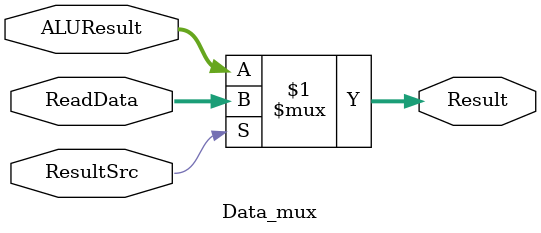
<source format=sv>
module Data_mux (
    input logic[31:0] ReadData,
    input logic[31:0] ALUResult,
    input logic ResultSrc,
    output logic [31:0] Result
);


    assign Result = (ResultSrc)? ReadData: ALUResult;

    
endmodule


</source>
